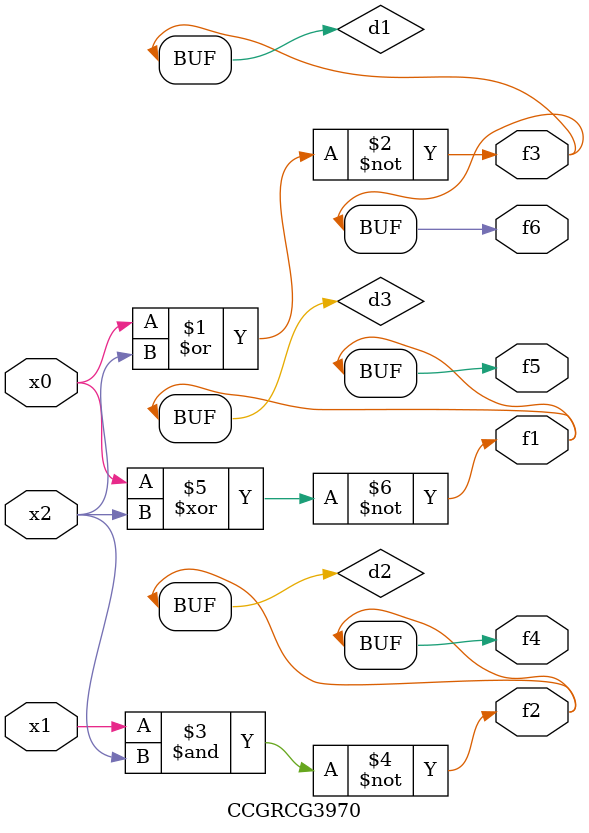
<source format=v>
module CCGRCG3970(
	input x0, x1, x2,
	output f1, f2, f3, f4, f5, f6
);

	wire d1, d2, d3;

	nor (d1, x0, x2);
	nand (d2, x1, x2);
	xnor (d3, x0, x2);
	assign f1 = d3;
	assign f2 = d2;
	assign f3 = d1;
	assign f4 = d2;
	assign f5 = d3;
	assign f6 = d1;
endmodule

</source>
